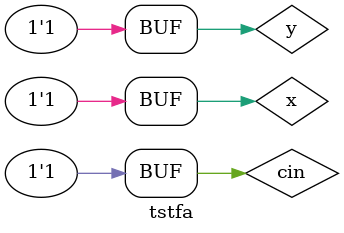
<source format=v>
		   module full_adder (x,y,cin,sum,cout);		
			   input x,y,cin;
			   output sum,cout;
			   wire w1,w2,w3;
			   xor #11ns gate1(w1,x,y);
			   and #7ns gate2(w2,x,y); 
			   xor #11ns gate3(sum,w1,cin); 
			   and #7ns gate4(w3,w1,cin); 
			   or #7ns gate5(cout,w3,w2);	
		   endmodule  
		   
		   
		   module tstfa ();
			   reg x,y,cin;
			   wire sum,cout;
			   full_adder fa(x,y,cin,sum,cout);
			   initial
				   
				   begin 
					
					   
					  {x,y,cin} = 3'b000;
				   repeat (7)
				#700ns {x,y,cin} = {x,y,cin} + 3'b001;
				end
			   endmodule
			   
			   
</source>
